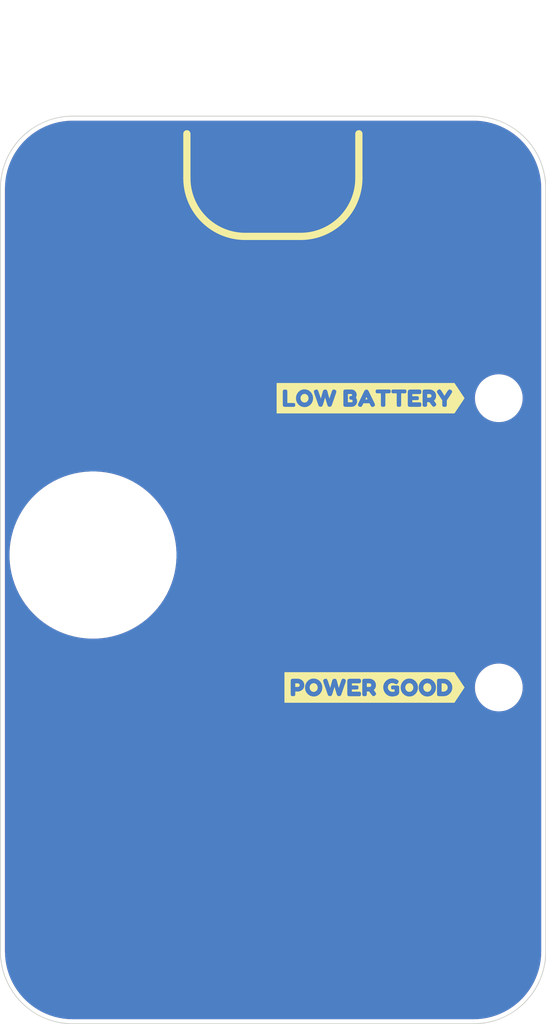
<source format=kicad_pcb>
(kicad_pcb (version 20240108) (generator "pcbnew") (generator_version "8.0")
  (layers (0 "F.Cu" signal) (31 "B.Cu" signal) (34 "B.Paste" user) (35 "F.Paste" user) (36 "B.SilkS" user "B.Silkscreen") (37 "F.SilkS" user "F.Silkscreen") (38 "B.Mask" user) (39 "F.Mask" user) (44 "Edge.Cuts" user))
  (net 0 "")
  (net 1 "GND")
  (footprint "kibuzzard-678FE930" (layer "F.Cu") (at 159.833454 110.4)
    (property "Reference" "kibuzzard-678FE930" (hide yes))
    (property "Value" "G***" (hide yes))
    (fp_poly (pts (xy -8.7787 -0.056708) (xy -8.479945 -0.056708) (xy -8.343015 -0.106501) (xy -8.278008 -0.258645) (xy -8.337483 -0.40249) (xy -8.482711 -0.460581) (xy -8.7787 -0.460581) (xy -8.7787 -0.056708)) (fill solid) (layer "F.SilkS"))
    (fp_poly (pts (xy -0.850622 -0.056708) (xy -0.546335 -0.056708) (xy -0.413555 -0.106501) (xy -0.349931 -0.258645) (xy -0.409405 -0.40249) (xy -0.551867 -0.460581) (xy -0.850622 -0.460581) (xy -0.850622 -0.056708)) (fill solid) (layer "F.SilkS"))
    (fp_poly (pts (xy 7.428769 0.460581) (xy 7.652835 0.460581) (xy 7.827801 0.42704) (xy 7.976487 0.326418) (xy 8.078147 0.178077) (xy 8.112033 0.001383) (xy 8.078147 -0.175657) (xy 7.976487 -0.325035) (xy 7.827109 -0.426694) (xy 7.650069 -0.460581) (xy 7.428769 -0.460581) (xy 7.428769 0.460581)) (fill solid) (layer "F.SilkS"))
    (fp_poly (pts (xy -6.739972 0.493776) (xy -6.56397 0.458852) (xy -6.417704 0.35408) (xy -6.319156 0.197441) (xy -6.286307 0.006916) (xy -6.319502 -0.182227) (xy -6.419087 -0.340249) (xy -6.565007 -0.447095) (xy -6.737206 -0.482711) (xy -6.91148 -0.447095) (xy -7.058091 -0.340249) (xy -7.157676 -0.182227) (xy -7.190871 0.006916) (xy -7.157331 0.192254) (xy -7.056708 0.349931) (xy -6.910443 0.457815) (xy -6.739972 0.493776)) (fill solid) (layer "F.SilkS"))
    (fp_poly (pts (xy 3.852006 0.493776) (xy 4.028008 0.458852) (xy 4.174274 0.35408) (xy 4.272822 0.197441) (xy 4.305671 0.006916) (xy 4.272476 -0.182227) (xy 4.172891 -0.340249) (xy 4.026971 -0.447095) (xy 3.854772 -0.482711) (xy 3.680498 -0.447095) (xy 3.533887 -0.340249) (xy 3.434302 -0.182227) (xy 3.401107 0.006916) (xy 3.434647 0.192254) (xy 3.53527 0.349931) (xy 3.681535 0.457815) (xy 3.852006 0.493776)) (fill solid) (layer "F.SilkS"))
    (fp_poly (pts (xy 5.846473 0.493776) (xy 6.022476 0.458852) (xy 6.168741 0.35408) (xy 6.267289 0.197441) (xy 6.300138 0.006916) (xy 6.266943 -0.182227) (xy 6.167358 -0.340249) (xy 6.021438 -0.447095) (xy 5.849239 -0.482711) (xy 5.674965 -0.447095) (xy 5.528354 -0.340249) (xy 5.428769 -0.182227) (xy 5.395574 0.006916) (xy 5.429115 0.192254) (xy 5.529737 0.349931) (xy 5.676003 0.457815) (xy 5.846473 0.493776)) (fill solid) (layer "F.SilkS"))
    (fp_poly (pts (xy -9.284924 -1.691563) (xy -9.976487 -1.691563) (xy -9.976487 1.691563) (xy -9.284924 1.691563) (xy -9.033195 1.691563) (xy -9.033195 0.966805) (xy -9.17704 0.947441) (xy -9.254495 0.883817) (xy -9.280775 0.807746) (xy -9.284924 0.71231) (xy -9.284924 -0.715076) (xy -9.280775 -0.807746) (xy -9.254495 -0.883817) (xy -9.17704 -0.947441) (xy -9.030429 -0.966805) (xy -8.479945 -0.966805) (xy -8.36722 -0.95574) (xy -8.250346 -0.922545) (xy -8.134163 -0.868603) (xy -8.023513 -0.795297) (xy -7.924965 -0.697441) (xy -7.84509 -0.569848) (xy -7.792185 -0.420124) (xy -7.77455 -0.255878) (xy -7.79184 -0.092324) (xy -7.843707 0.055325) (xy -7.922891 0.180844) (xy -8.02213 0.278008) (xy -8.134163 0.351314) (xy -8.251729 0.405256) (xy -8.36964 0.438451) (xy -8.482711 0.449516) (xy -8.7787 0.449516) (xy -8.7787 0.715076) (xy -8.782849 0.810512) (xy -8.809129 0.885201) (xy -8.886584 0.947441) (xy -9.033195 0.966805) (xy -9.033195 1.691563) (xy -6.726141 1.691563) (xy -6.726141 1) (xy -6.919433 0.982019) (xy -7.098202 0.928077) (xy -7.262448 0.838174) (xy -7.412172 0.71231) (xy -7.536826 0.56103) (xy -7.625864 0.394882) (xy -7.679288 0.213866) (xy -7.697095 0.017981) (xy -7.679806 -0.184302) (xy -7.627939 -0.370678) (xy -7.541494 -0.541148) (xy -7.42047 -0.695712) (xy -7.274723 -0.823997) (xy -7.114108 -0.915629) (xy -6.938624 -0.970609) (xy -6.748271 -0.988935) (xy -6.553942 -0.970868) (xy -6.374827 -0.916667) (xy -6.210927 -0.826331) (xy -6.062241 -0.699862) (xy -5.938797 -0.547286) (xy -5.850622 -0.378631) (xy -5.797718 -0.193897) (xy -5.780083 0.006916) (xy -5.797459 0.20427) (xy -5.849585 0.386929) (xy -5.936463 0.554893) (xy -6.058091 0.70816) (xy -6.204098 0.83584) (xy -6.364108 0.92704) (xy -6.538122 0.98176) (xy -6.726141 1) (xy -6.726141 1.691563) (xy -4.939142 1.691563) (xy -4.939142 0.966805) (xy -5.077455 0.926694) (xy -5.152144 0.854772) (xy -5.17704 0.795297) (xy -5.674965 -0.632089) (xy -5.687414 -0.836791) (xy -5.514523 -0.952974) (xy -5.308437 -0.965422) (xy -5.196404 -0.795297) (xy -4.908714 0.045643) (xy -4.681881 -0.781466) (xy -4.59751 -0.92047) (xy -4.438451 -0.966805) (xy -4.35823 -0.959889) (xy -4.297372 -0.936376) (xy -4.254495 -0.905947) (xy -4.224066 -0.869986) (xy -4.206086 -0.835408) (xy -4.192254 -0.80083) (xy -4.183956 -0.7787) (xy -3.957123 0.051176) (xy -3.669433 -0.795297) (xy -3.5574 -0.966805) (xy -3.348548 -0.95574) (xy -3.175657 -0.834025) (xy -3.190871 -0.632089) (xy -3.68603 0.795297) (xy -3.772476 0.923928) (xy -3.926694 0.966805) (xy -4.04426 0.941909) (xy -4.121715 0.879668) (xy -4.157676 0.821577) (xy -4.172891 0.781466) (xy -4.432918 -0.070539) (xy -4.692946 0.7787) (xy -4.782158 0.919779) (xy -4.939142 0.966805) (xy -4.939142 1.691563) (xy -2.764869 1.691563) (xy -2.764869 0.969571) (xy -2.908714 0.950207) (xy -2.986169 0.886584) (xy -3.012448 0.810512) (xy -3.016598 0.715076) (xy -3.016598 -0.715076) (xy -2.959889 -0.912863) (xy -2.75657 -0.966805) (xy -1.744122 -0.966805) (xy -1.648686 -0.962656) (xy -1.573997 -0.936376) (xy -1.511757 -0.858921) (xy -1.492393 -0.71231) (xy -1.511757 -0.568465) (xy -1.57538 -0.49101) (xy -1.651452 -0.46473) (xy -1.746888 -0.460581) (xy -2.510373 -0.460581) (xy -2.510373 -0.214385) (xy -1.998617 -0.214385) (xy -1.908714 -0.210235) (xy -1.842324 -0.188105) (xy -1.789765 -0.121715) (xy -1.77455 0.004149) (xy -1.789765 0.127248) (xy -1.843707 0.190871) (xy -1.912863 0.213001) (xy -2.004149 0.217151) (xy -2.510373 0.217151) (xy -2.510373 0.463347) (xy -1.744122 0.463347) (xy -1.648686 0.467497) (xy -1.573997 0.493776) (xy -1.511757 0.571231) (xy -1.492393 0.717842) (xy -1.511757 0.861687) (xy -1.57538 0.939142) (xy -1.651452 0.965422) (xy -1.746888 0.969571) (xy -2.764869 0.969571) (xy -2.764869 1.691563) (xy -0.142462 1.691563) (xy -0.142462 0.976487) (xy -0.297372 0.847856) (xy -0.593361 0.44675) (xy -0.850622 0.44675) (xy -0.850622 0.715076) (xy -0.854772 0.810512) (xy -0.881051 0.885201) (xy -0.958506 0.947441) (xy -1.105118 0.966805) (xy -1.248963 0.947441) (xy -1.326418 0.883817) (xy -1.352697 0.807746) (xy -1.356846 0.71231) (xy -1.356846 -0.715076) (xy -1.352697 -0.807746) (xy -1.326418 -0.883817) (xy -1.248963 -0.947441) (xy -1.102351 -0.966805) (xy -0.546335 -0.966805) (xy -0.433956 -0.95574) (xy -0.318119 -0.922545) (xy -0.202628 -0.868603) (xy -0.091286 -0.795297) (xy 0.007953 -0.697441) (xy 0.087137 -0.569848) (xy 0.139004 -0.420124) (xy 0.156293 -0.255878) (xy 0.129245 -0.048717) (xy 0.048102 0.130168) (xy -0.087137 0.280775) (xy 0.112033 0.546335) (xy 0.186722 0.737206) (xy 0.053942 0.900415) (xy -0.142462 0.976487) (xy -0.142462 1.691563) (xy 1.937759 1.691563) (xy 1.937759 0.997234) (xy 1.745505 0.978389) (xy 1.567082 0.921853) (xy 1.40249 0.827628) (xy 1.251729 0.695712) (xy 1.125864 0.537517) (xy 1.035961 0.364454) (xy 0.982019 0.176521) (xy 0.964039 -0.026279) (xy 0.982279 -0.219658) (xy 1.036999 -0.398686) (xy 1.128198 -0.563364) (xy 1.255878 -0.713693) (xy 1.409146 -0.838952) (xy 1.577109 -0.928423) (xy 1.759768 -0.982106) (xy 1.957123 -1) (xy 2.100622 -0.989972) (xy 2.254495 -0.959889) (xy 2.400069 -0.911826) (xy 2.518672 -0.847856) (xy 2.596127 -0.792531) (xy 2.647303 -0.73444) (xy 2.673582 -0.654219) (xy 2.609959 -0.499308) (xy 2.507607 -0.38935) (xy 2.405256 -0.352697) (xy 2.255878 -0.416321) (xy 2.114108 -0.474412) (xy 1.943292 -0.493776) (xy 1.761411 -0.459544) (xy 1.608575 -0.356846) (xy 1.504841 -0.204357) (xy 1.470263 -0.020747) (xy 1.506224 0.168741) (xy 1.614108 0.333333) (xy 1.76971 0.447441) (xy 1.948824 0.485477) (xy 2.107884 0.476487) (xy 2.22545 0.449516) (xy 2.22545 0.211618) (xy 2.020747 0.211618) (xy 1.946058 0.207469) (xy 1.887967 0.185339) (xy 1.840941 0.120332) (xy 1.827109 -0.004149) (xy 1.842324 -0.125864) (xy 1.893499 -0.190871) (xy 1.954357 -0.213001) (xy 2.029046 -0.217151) (xy 2.51314 -0.217151) (xy 2.61964 -0.197787) (xy 2.684647 -0.161826) (xy 2.717842 -0.106501) (xy 2.73029 -0.045643) (xy 2.731674 0.023513) (xy 2.731674 0.590595) (xy 2.665284 0.749654) (xy 2.587137 0.82538) (xy 2.485477 0.88935) (xy 2.332411 0.949285) (xy 2.149839 0.985247) (xy 1.937759 0.997234) (xy 1.937759 1.691563) (xy 3.865837 1.691563) (xy 3.865837 1) (xy 3.672545 0.982019) (xy 3.493776 0.928077) (xy 3.32953 0.838174) (xy 3.179806 0.71231) (xy 3.055152 0.56103) (xy 2.966113 0.394882) (xy 2.91269 0.213866) (xy 2.894882 0.017981) (xy 2.912172 -0.184302) (xy 2.964039 -0.370678) (xy 3.050484 -0.541148) (xy 3.171508 -0.695712) (xy 3.317254 -0.823997) (xy 3.47787 -0.915629) (xy 3.653354 -0.970609) (xy 3.843707 -0.988935) (xy 4.038036 -0.970868) (xy 4.217151 -0.916667) (xy 4.381051 -0.826331) (xy 4.529737 -0.699862) (xy 4.653181 -0.547286) (xy 4.741355 -0.378631) (xy 4.79426 -0.193897) (xy 4.811895 0.006916) (xy 4.794519 0.20427) (xy 4.742393 0.386929) (xy 4.655515 0.554893) (xy 4.533887 0.70816) (xy 4.38788 0.83584) (xy 4.22787 0.92704) (xy 4.053855 0.98176) (xy 3.865837 1) (xy 3.865837 1.691563) (xy 5.860304 1.691563) (xy 5.860304 1) (xy 5.667012 0.982019) (xy 5.488243 0.928077) (xy 5.323997 0.838174) (xy 5.174274 0.71231) (xy 5.04962 0.56103) (xy 4.960581 0.394882) (xy 4.907158 0.213866) (xy 4.88935 0.017981) (xy 4.906639 -0.184302) (xy 4.958506 -0.370678) (xy 5.044952 -0.541148) (xy 5.165975 -0.695712) (xy 5.311722 -0.823997) (xy 5.472337 -0.915629) (xy 5.647822 -0.970609) (xy 5.838174 -0.988935) (xy 6.032503 -0.970868) (xy 6.211618 -0.916667) (xy 6.375519 -0.826331) (xy 6.524205 -0.699862) (xy 6.647649 -0.547286) (xy 6.735823 -0.378631) (xy 6.788728 -0.193897) (xy 6.806362 0.006916) (xy 6.788987 0.20427) (xy 6.73686 0.386929) (xy 6.649983 0.554893) (xy 6.528354 0.70816) (xy 6.382348 0.83584) (xy 6.222337 0.92704) (xy 6.048323 0.98176) (xy 5.860304 1) (xy 5.860304 1.691563) (xy 7.174274 1.691563) (xy 7.174274 0.966805) (xy 7.034578 0.947441) (xy 6.958506 0.887967) (xy 6.929461 0.810512) (xy 6.922545 0.71231) (xy 6.922545 -0.717842) (xy 6.926694 -0.810512) (xy 6.952974 -0.886584) (xy 7.030429 -0.948824) (xy 7.17704 -0.966805) (xy 7.652835 -0.966805) (xy 7.843707 -0.94917) (xy 8.020747 -0.896266) (xy 8.183956 -0.808091) (xy 8.333333 -0.684647) (xy 8.457988 -0.536653) (xy 8.547026 -0.374827) (xy 8.60045 -0.19917) (xy 8.618257 -0.009682) (xy 8.60045 0.184907) (xy 8.547026 0.364799) (xy 8.457988 0.529997) (xy 8.333333 0.680498) (xy 8.183437 0.805757) (xy 8.018672 0.895228) (xy 7.839039 0.948911) (xy 7.644537 0.966805) (xy 7.174274 0.966805) (xy 7.174274 1.691563) (xy 8.618257 1.691563) (xy 8.848778 1.691563) (xy 9.976487 0) (xy 8.848778 -1.691563) (xy 8.618257 -1.691563) (xy -9.284924 -1.691563)) (fill solid) (layer "F.SilkS"))
  )
  (footprint "MountingHole:MountingHole_3.2mm_M3_DIN965_Pad" (layer "F.Cu") (at 128.65 95.75)
    (property "Reference" "H1" (at 0 -3.8 0) (layer "F.SilkS"))
    (property "Value" "MountingHole_Pad")
    (pad "" np_thru_hole circle (at 0 0) (size 18 18) (drill 18) (layers "F&B.Cu" "*.Mask"))
  )
  (footprint "kibuzzard-678FE920" (layer "F.Cu") (at 159.4 78.4)
    (property "Reference" "kibuzzard-678FE920" (hide yes))
    (property "Value" "G***" (hide yes))
    (fp_poly (pts (xy -0.461924 -0.132695) (xy -0.590515 0.132695) (xy -0.333333 0.132695) (xy -0.461924 -0.132695)) (fill solid) (layer "F.SilkS"))
    (fp_poly (pts (xy 6.260374 -0.058824) (xy 6.561332 -0.058824) (xy 6.692658 -0.108071) (xy 6.755586 -0.25855) (xy 6.696762 -0.400821) (xy 6.55586 -0.458276) (xy 6.260374 -0.458276) (xy 6.260374 -0.058824)) (fill solid) (layer "F.SilkS"))
    (fp_poly (pts (xy -7.321021 0.485636) (xy -7.146945 0.451094) (xy -7.00228 0.347469) (xy -6.904811 0.192544) (xy -6.872321 0.004104) (xy -6.905153 -0.182969) (xy -7.003648 -0.339261) (xy -7.147971 -0.444938) (xy -7.318285 -0.480164) (xy -7.490652 -0.444938) (xy -7.635659 -0.339261) (xy -7.734154 -0.182969) (xy -7.766986 0.004104) (xy -7.733812 0.187415) (xy -7.634291 0.343365) (xy -7.489626 0.450068) (xy -7.321021 0.485636)) (fill solid) (layer "F.SilkS"))
    (fp_poly (pts (xy -2.516644 0.452804) (xy -2.125399 0.452804) (xy -2.087095 0.450068) (xy -2.044688 0.435021) (xy -2.003648 0.388509) (xy -1.9886 0.302326) (xy -2.024168 0.188782) (xy -2.139079 0.162791) (xy -2.174647 0.162791) (xy -2.330597 0.114911) (xy -2.377109 -0.04788) (xy -2.327861 -0.205198) (xy -2.160967 -0.250342) (xy -2.128135 -0.250342) (xy -2.062472 -0.269494) (xy -2.04332 -0.354309) (xy -2.072047 -0.439124) (xy -2.185591 -0.461012) (xy -2.516644 -0.461012) (xy -2.516644 0.452804)) (fill solid) (layer "F.SilkS"))
    (fp_poly (pts (xy -9.725946 -1.683995) (xy -10.409941 -1.683995) (xy -10.409941 1.683995) (xy -9.725946 1.683995) (xy -9.476972 1.683995) (xy -9.476972 0.956224) (xy -9.619243 0.937073) (xy -9.69585 0.874145) (xy -9.721842 0.798906) (xy -9.725946 0.704514) (xy -9.725946 -0.709986) (xy -9.721842 -0.801642) (xy -9.69585 -0.876881) (xy -9.619243 -0.939808) (xy -9.474236 -0.95896) (xy -9.331965 -0.939808) (xy -9.255358 -0.876881) (xy -9.229366 -0.801642) (xy -9.225262 -0.70725) (xy -9.225262 0.529412) (xy -8.557684 0.529412) (xy -8.479708 0.533516) (xy -8.416781 0.555404) (xy -8.363429 0.619699) (xy -8.347013 0.742818) (xy -8.363429 0.863201) (xy -8.416781 0.928865) (xy -8.482444 0.95212) (xy -8.56042 0.956224) (xy -9.476972 0.956224) (xy -9.476972 1.683995) (xy -7.307342 1.683995) (xy -7.307342 0.98632) (xy -7.498518 0.968536) (xy -7.675331 0.915185) (xy -7.837779 0.826265) (xy -7.985864 0.701778) (xy -8.109154 0.552155) (xy -8.197218 0.387825) (xy -8.250057 0.208789) (xy -8.26767 0.015048) (xy -8.25057 -0.185021) (xy -8.19927 -0.369357) (xy -8.113771 -0.537962) (xy -7.994072 -0.690834) (xy -7.84992 -0.817715) (xy -7.691062 -0.908345) (xy -7.517499 -0.962722) (xy -7.329229 -0.980848) (xy -7.137027 -0.962979) (xy -6.959872 -0.909371) (xy -6.797766 -0.820024) (xy -6.650707 -0.694938) (xy -6.528614 -0.544032) (xy -6.441404 -0.377223) (xy -6.389079 -0.194511) (xy -6.371637 0.004104) (xy -6.388822 0.199299) (xy -6.440378 0.379959) (xy -6.526305 0.546084) (xy -6.646603 0.697674) (xy -6.791011 0.823957) (xy -6.94927 0.914159) (xy -7.121381 0.96828) (xy -7.307342 0.98632) (xy -7.307342 1.683995) (xy -5.5399 1.683995) (xy -5.5399 0.953488) (xy -5.676699 0.913817) (xy -5.75057 0.842681) (xy -5.775194 0.783858) (xy -6.26767 -0.627907) (xy -6.279982 -0.830369) (xy -6.108983 -0.94528) (xy -5.905153 -0.957592) (xy -5.794346 -0.78933) (xy -5.509804 0.042408) (xy -5.285454 -0.77565) (xy -5.202006 -0.913133) (xy -5.044688 -0.95896) (xy -4.965344 -0.95212) (xy -4.905153 -0.928865) (xy -4.862745 -0.898769) (xy -4.832649 -0.863201) (xy -4.814865 -0.829001) (xy -4.801186 -0.794802) (xy -4.792978 -0.772914) (xy -4.568627 0.04788) (xy -4.284086 -0.78933) (xy -4.173279 -0.95896) (xy -3.966712 -0.948016) (xy -3.795714 -0.827633) (xy -3.810762 -0.627907) (xy -4.300502 0.783858) (xy -4.386001 0.911081) (xy -4.538532 0.953488) (xy -4.654811 0.928865) (xy -4.731418 0.867305) (xy -4.766986 0.80985) (xy -4.782034 0.770178) (xy -5.039216 -0.072503) (xy -5.296398 0.767442) (xy -5.384633 0.906977) (xy -5.5399 0.953488) (xy -5.5399 1.683995) (xy -2.768354 1.683995) (xy -2.768354 0.953488) (xy -2.910625 0.934337) (xy -2.987232 0.871409) (xy -3.013224 0.794802) (xy -3.017328 0.699042) (xy -3.017328 -0.712722) (xy -3.013224 -0.804378) (xy -2.987232 -0.879617) (xy -2.910625 -0.942544) (xy -2.765618 -0.961696) (xy -2.125399 -0.961696) (xy -1.971272 -0.942392) (xy -1.833561 -0.884481) (xy -1.712266 -0.787962) (xy -1.618027 -0.664995) (xy -1.561484 -0.52774) (xy -1.542636 -0.376197) (xy -1.565207 -0.216142) (xy -1.632923 -0.069767) (xy -1.524168 0.122435) (xy -1.487916 0.332421) (xy -1.509348 0.496884) (xy -1.569995 0.643715) (xy -1.669859 0.772914) (xy -1.797082 0.873233) (xy -1.939808 0.933425) (xy -2.098039 0.953488) (xy -2.768354 0.953488) (xy -2.768354 1.683995) (xy 0.137255 1.683995) (xy 0.137255 0.976744) (xy 0.003192 0.819425) (xy -0.122663 0.559508) (xy -0.795714 0.559508) (xy -0.921569 0.822161) (xy -1.058368 0.974008) (xy -1.258094 0.934337) (xy -1.411309 0.801642) (xy -1.375741 0.608755) (xy -0.68901 -0.813953) (xy -0.593251 -0.919289) (xy -0.459188 -0.95896) (xy -0.325809 -0.922025) (xy -0.232102 -0.811218) (xy 0.454628 0.608755) (xy 0.491564 0.80301) (xy 0.339717 0.937073) (xy 0.137255 0.976744) (xy 0.137255 1.683995) (xy 1.384861 1.683995) (xy 1.384861 0.956224) (xy 1.243958 0.937073) (xy 1.170087 0.875513) (xy 1.145463 0.801642) (xy 1.141359 0.709986) (xy 1.141359 -0.540356) (xy 0.761058 -0.540356) (xy 0.683083 -0.54446) (xy 0.621523 -0.566347) (xy 0.569539 -0.630643) (xy 0.553124 -0.753762) (xy 0.569539 -0.872777) (xy 0.622891 -0.935705) (xy 0.685819 -0.957592) (xy 0.763794 -0.961696) (xy 2.014136 -0.961696) (xy 2.092111 -0.957592) (xy 2.153671 -0.935705) (xy 2.205654 -0.871409) (xy 2.22207 -0.751026) (xy 2.205654 -0.630643) (xy 2.152303 -0.566347) (xy 2.089375 -0.54446) (xy 2.0114 -0.540356) (xy 1.633835 -0.540356) (xy 1.633835 0.712722) (xy 1.629731 0.804378) (xy 1.603739 0.876881) (xy 1.527132 0.937073) (xy 1.384861 0.956224) (xy 1.384861 1.683995) (xy 3.135887 1.683995) (xy 3.135887 0.956224) (xy 2.994984 0.937073) (xy 2.921113 0.875513) (xy 2.896489 0.801642) (xy 2.892385 0.709986) (xy 2.892385 -0.540356) (xy 2.512084 -0.540356) (xy 2.434109 -0.54446) (xy 2.372549 -0.566347) (xy 2.320565 -0.630643) (xy 2.30415 -0.753762) (xy 2.320565 -0.872777) (xy 2.373917 -0.935705) (xy 2.436845 -0.957592) (xy 2.51482 -0.961696) (xy 3.765162 -0.961696) (xy 3.843137 -0.957592) (xy 3.904697 -0.935705) (xy 3.95668 -0.871409) (xy 3.973096 -0.751026) (xy 3.95668 -0.630643) (xy 3.903329 -0.566347) (xy 3.840401 -0.54446) (xy 3.762426 -0.540356) (xy 3.384861 -0.540356) (xy 3.384861 0.712722) (xy 3.380757 0.804378) (xy 3.354765 0.876881) (xy 3.278158 0.937073) (xy 3.135887 0.956224) (xy 3.135887 1.683995) (xy 4.367077 1.683995) (xy 4.367077 0.956224) (xy 4.224806 0.937073) (xy 4.148199 0.874145) (xy 4.122207 0.798906) (xy 4.118103 0.704514) (xy 4.118103 -0.709986) (xy 4.174191 -0.905609) (xy 4.375285 -0.95896) (xy 5.376653 -0.95896) (xy 5.471044 -0.954856) (xy 5.544916 -0.928865) (xy 5.606475 -0.852257) (xy 5.625627 -0.70725) (xy 5.606475 -0.564979) (xy 5.543548 -0.488372) (xy 5.468308 -0.46238) (xy 5.373917 -0.458276) (xy 4.618787 -0.458276) (xy 4.618787 -0.214774) (xy 5.124943 -0.214774) (xy 5.213862 -0.21067) (xy 5.279526 -0.188782) (xy 5.331509 -0.123119) (xy 5.346557 0.001368) (xy 5.331509 0.123119) (xy 5.278158 0.186047) (xy 5.209758 0.207934) (xy 5.119471 0.212038) (xy 4.618787 0.212038) (xy 4.618787 0.45554) (xy 5.376653 0.45554) (xy 5.471044 0.459644) (xy 5.544916 0.485636) (xy 5.606475 0.562244) (xy 5.625627 0.70725) (xy 5.606475 0.849521) (xy 5.543548 0.926129) (xy 5.468308 0.95212) (xy 5.373917 0.956224) (xy 4.367077 0.956224) (xy 4.367077 1.683995) (xy 6.960784 1.683995) (xy 6.960784 0.963064) (xy 6.80757 0.835841) (xy 6.51482 0.439124) (xy 6.260374 0.439124) (xy 6.260374 0.704514) (xy 6.25627 0.798906) (xy 6.230278 0.872777) (xy 6.153671 0.934337) (xy 6.008664 0.953488) (xy 5.866393 0.934337) (xy 5.789786 0.871409) (xy 5.763794 0.79617) (xy 5.75969 0.701778) (xy 5.75969 -0.709986) (xy 5.763794 -0.801642) (xy 5.789786 -0.876881) (xy 5.866393 -0.939808) (xy 6.0114 -0.95896) (xy 6.561332 -0.95896) (xy 6.672481 -0.948016) (xy 6.78705 -0.915185) (xy 6.901277 -0.861833) (xy 7.0114 -0.78933) (xy 7.109553 -0.692544) (xy 7.18787 -0.566347) (xy 7.23917 -0.418263) (xy 7.25627 -0.255814) (xy 7.229518 -0.05092) (xy 7.149263 0.126007) (xy 7.015504 0.274966) (xy 7.212494 0.53762) (xy 7.286366 0.726402) (xy 7.155039 0.887825) (xy 6.960784 0.963064) (xy 6.960784 1.683995) (xy 8.189238 1.683995) (xy 8.189238 0.961696) (xy 8.044232 0.942544) (xy 7.967624 0.879617) (xy 7.941632 0.80301) (xy 7.937528 0.70725) (xy 7.937528 0.233926) (xy 7.393069 -0.581395) (xy 7.332877 -0.764706) (xy 7.46694 -0.917921) (xy 7.581851 -0.975376) (xy 7.669403 -0.983584) (xy 7.817145 -0.849521) (xy 8.181031 -0.264022) (xy 8.561332 -0.849521) (xy 8.713178 -0.983584) (xy 8.914273 -0.917921) (xy 9.0456 -0.760602) (xy 8.985408 -0.581395) (xy 8.440948 0.233926) (xy 8.440948 0.712722) (xy 8.436845 0.807114) (xy 8.410853 0.880985) (xy 8.334245 0.942544) (xy 8.189238 0.961696) (xy 8.189238 1.683995) (xy 9.05928 1.683995) (xy 9.287278 1.683995) (xy 10.409941 0) (xy 9.287278 -1.683995) (xy 9.05928 -1.683995) (xy -9.725946 -1.683995)) (fill solid) (layer "F.SilkS"))
  )
  (gr_line (start 151.65 60.5) (end 145.5 60.5) (stroke (width 0.8)) (layer "F.SilkS"))
  (gr_line (start 139.05 49.15) (end 139.05 54.05) (stroke (width 0.8)) (layer "F.SilkS"))
  (gr_arc (start 145.5 60.5) (mid 140.939161 58.610839) (end 139.05 54.05) (stroke (width 0.8)) (layer "F.SilkS"))
  (gr_line (start 158.1 49.15) (end 158.1 54.05) (stroke (width 0.8)) (layer "F.SilkS"))
  (gr_arc (start 158.1 54.05) (mid 156.210839 58.610839) (end 151.65 60.5) (stroke (width 0.8)) (layer "F.SilkS"))
  (gr_line (start 118.4 139.6) (end 118.4 55.2) (stroke (width 0.1)) (layer "Edge.Cuts"))
  (gr_line (start 170.8 147.6) (end 126.4 147.6) (stroke (width 0.1)) (layer "Edge.Cuts"))
  (gr_arc (start 170.8 47.2) (mid 176.456854 49.543146) (end 178.8 55.2) (stroke (width 0.1)) (layer "Edge.Cuts"))
  (gr_arc (start 178.8 139.6) (mid 176.456854 145.256854) (end 170.8 147.6) (stroke (width 0.1)) (layer "Edge.Cuts"))
  (gr_line (start 178.8 55.2) (end 178.8 139.6) (stroke (width 0.1)) (layer "Edge.Cuts"))
  (gr_arc (start 118.4 55.2) (mid 120.743146 49.543146) (end 126.4 47.2) (stroke (width 0.1)) (layer "Edge.Cuts"))
  (gr_line (start 126.4 47.2) (end 170.8 47.2) (stroke (width 0.1)) (layer "Edge.Cuts"))
  (gr_arc (start 126.4 147.6) (mid 120.743146 145.256854) (end 118.4 139.6) (stroke (width 0.1)) (layer "Edge.Cuts"))
  (zone (net 0) (net_name "") (layers "F&B.Cu") (connect_pads (clearance 0)) (min_thickness 0.25)
    (keepout (tracks not_allowed) (vias not_allowed) (pads not_allowed) (copperpour not_allowed) (footprints allowed))
    (fill (thermal_gap 0.5) (thermal_bridge_width 0.5) (island_removal_mode 1) (island_area_min 10))
    (polygon (pts (xy 173.778903 107.756412) (xy 174.08415 107.794973) (xy 174.108822 107.799679) (xy 174.40683 107.876195) (xy 174.430717 107.883957) (xy 174.716784 107.997219) (xy 174.73951 108.007913) (xy 175.009127 108.156136) (xy 175.030333 108.169594) (xy 175.279246 108.35044) (xy 175.298599 108.366449) (xy 175.522883 108.577066) (xy 175.540075 108.595375) (xy 175.736194 108.832441) (xy 175.750958 108.852761) (xy 175.915817 109.112538) (xy 175.927916 109.134547) (xy 176.058917 109.412939) (xy 176.068163 109.436291) (xy 176.16324 109.728906) (xy 176.169486 109.753234) (xy 176.227138 110.055458) (xy 176.230286 110.080376) (xy 176.249605 110.387442) (xy 176.249605 110.412558) (xy 176.230286 110.719624) (xy 176.227138 110.744542) (xy 176.169486 111.046766) (xy 176.16324 111.071094) (xy 176.068163 111.363709) (xy 176.058917 111.387061) (xy 175.927916 111.665453) (xy 175.915817 111.687462) (xy 175.750958 111.947239) (xy 175.736194 111.967559) (xy 175.540075 112.204625) (xy 175.522883 112.222934) (xy 175.298599 112.433551) (xy 175.279246 112.44956) (xy 175.030333 112.630406) (xy 175.009127 112.643864) (xy 174.73951 112.792087) (xy 174.716784 112.802781) (xy 174.430717 112.916043) (xy 174.40683 112.923805) (xy 174.108822 113.000321) (xy 174.08415 113.005027) (xy 173.778903 113.043588) (xy 173.753837 113.045165) (xy 173.446163 113.045165) (xy 173.421097 113.043588) (xy 173.11585 113.005027) (xy 173.091178 113.000321) (xy 172.79317 112.923805) (xy 172.769283 112.916043) (xy 172.483216 112.802781) (xy 172.46049 112.792087) (xy 172.190873 112.643864) (xy 172.169667 112.630406) (xy 171.920754 112.44956) (xy 171.901401 112.433551) (xy 171.677117 112.222934) (xy 171.659925 112.204625) (xy 171.463806 111.967559) (xy 171.449042 111.947239) (xy 171.284183 111.687462) (xy 171.272084 111.665453) (xy 171.141083 111.387061) (xy 171.131837 111.363709) (xy 171.03676 111.071094) (xy 171.030514 111.046766) (xy 170.972862 110.744542) (xy 170.969714 110.719624) (xy 170.950395 110.412558) (xy 170.950395 110.387442) (xy 170.969714 110.080376) (xy 170.972862 110.055458) (xy 171.030514 109.753234) (xy 171.03676 109.728906) (xy 171.131837 109.436291) (xy 171.141083 109.412939) (xy 171.272084 109.134547) (xy 171.284183 109.112538) (xy 171.449042 108.852761) (xy 171.463806 108.832441) (xy 171.659925 108.595375) (xy 171.677117 108.577066) (xy 171.901401 108.366449) (xy 171.920754 108.35044) (xy 172.169667 108.169594) (xy 172.190873 108.156136) (xy 172.46049 108.007913) (xy 172.483216 107.997219) (xy 172.769283 107.883957) (xy 172.79317 107.876195) (xy 173.091178 107.799679) (xy 173.11585 107.794973) (xy 173.421097 107.756412) (xy 173.446163 107.754835) (xy 173.753837 107.754835)))
  )
  (zone (net 0) (net_name "") (layers "F&B.Cu") (connect_pads (clearance 0)) (min_thickness 0.25)
    (keepout (tracks not_allowed) (vias not_allowed) (pads not_allowed) (copperpour not_allowed) (footprints allowed))
    (fill (thermal_gap 0.5) (thermal_bridge_width 0.5) (island_removal_mode 1) (island_area_min 10))
    (polygon (pts (xy 173.778903 75.756412) (xy 174.08415 75.794973) (xy 174.108822 75.799679) (xy 174.40683 75.876195) (xy 174.430717 75.883957) (xy 174.716784 75.997219) (xy 174.73951 76.007913) (xy 175.009127 76.156136) (xy 175.030333 76.169594) (xy 175.279246 76.35044) (xy 175.298599 76.366449) (xy 175.522883 76.577066) (xy 175.540075 76.595375) (xy 175.736194 76.832441) (xy 175.750958 76.852761) (xy 175.915817 77.112538) (xy 175.927916 77.134547) (xy 176.058917 77.412939) (xy 176.068163 77.436291) (xy 176.16324 77.728906) (xy 176.169486 77.753234) (xy 176.227138 78.055458) (xy 176.230286 78.080376) (xy 176.249605 78.387442) (xy 176.249605 78.412558) (xy 176.230286 78.719624) (xy 176.227138 78.744542) (xy 176.169486 79.046766) (xy 176.16324 79.071094) (xy 176.068163 79.363709) (xy 176.058917 79.387061) (xy 175.927916 79.665453) (xy 175.915817 79.687462) (xy 175.750958 79.947239) (xy 175.736194 79.967559) (xy 175.540075 80.204625) (xy 175.522883 80.222934) (xy 175.298599 80.433551) (xy 175.279246 80.44956) (xy 175.030333 80.630406) (xy 175.009127 80.643864) (xy 174.73951 80.792087) (xy 174.716784 80.802781) (xy 174.430717 80.916043) (xy 174.40683 80.923805) (xy 174.108822 81.000321) (xy 174.08415 81.005027) (xy 173.778903 81.043588) (xy 173.753837 81.045165) (xy 173.446163 81.045165) (xy 173.421097 81.043588) (xy 173.11585 81.005027) (xy 173.091178 81.000321) (xy 172.79317 80.923805) (xy 172.769283 80.916043) (xy 172.483216 80.802781) (xy 172.46049 80.792087) (xy 172.190873 80.643864) (xy 172.169667 80.630406) (xy 171.920754 80.44956) (xy 171.901401 80.433551) (xy 171.677117 80.222934) (xy 171.659925 80.204625) (xy 171.463806 79.967559) (xy 171.449042 79.947239) (xy 171.284183 79.687462) (xy 171.272084 79.665453) (xy 171.141083 79.387061) (xy 171.131837 79.363709) (xy 171.03676 79.071094) (xy 171.030514 79.046766) (xy 170.972862 78.744542) (xy 170.969714 78.719624) (xy 170.950395 78.412558) (xy 170.950395 78.387442) (xy 170.969714 78.080376) (xy 170.972862 78.055458) (xy 171.030514 77.753234) (xy 171.03676 77.728906) (xy 171.131837 77.436291) (xy 171.141083 77.412939) (xy 171.272084 77.134547) (xy 171.284183 77.112538) (xy 171.449042 76.852761) (xy 171.463806 76.832441) (xy 171.659925 76.595375) (xy 171.677117 76.577066) (xy 171.901401 76.366449) (xy 171.920754 76.35044) (xy 172.169667 76.169594) (xy 172.190873 76.156136) (xy 172.46049 76.007913) (xy 172.483216 75.997219) (xy 172.769283 75.883957) (xy 172.79317 75.876195) (xy 173.091178 75.799679) (xy 173.11585 75.794973) (xy 173.421097 75.756412) (xy 173.446163 75.754835) (xy 173.753837 75.754835)))
  )
  (zone (net 1) (net_name "GND") (layers "F&B.Cu") (connect_pads (clearance 0.5)) (min_thickness 0.25) (fill yes (thermal_gap 0.5) (thermal_bridge_width 0.5) (island_removal_mode 1) (island_area_min 10))
    (polygon (pts (xy 118.4 47.2) (xy 178.8 47.2) (xy 178.8 147.6) (xy 118.4 147.6)))
  )
)
</source>
